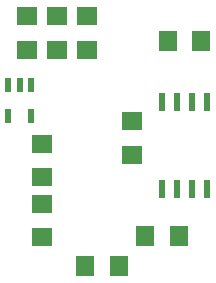
<source format=gtp>
G75*
%MOIN*%
%OFA0B0*%
%FSLAX24Y24*%
%IPPOS*%
%LPD*%
%AMOC8*
5,1,8,0,0,1.08239X$1,22.5*
%
%ADD10R,0.0710X0.0630*%
%ADD11R,0.0217X0.0472*%
%ADD12R,0.0630X0.0710*%
%ADD13R,0.0210X0.0610*%
D10*
X016850Y012790D03*
X016850Y013910D03*
X016850Y014790D03*
X016850Y015910D03*
X019850Y015540D03*
X019850Y016660D03*
X018350Y019040D03*
X017350Y019040D03*
X016350Y019040D03*
X016350Y020160D03*
X017350Y020160D03*
X018350Y020160D03*
D11*
X016474Y017862D03*
X016100Y017862D03*
X015726Y017862D03*
X015726Y016838D03*
X016474Y016838D03*
D12*
X021040Y019350D03*
X022160Y019350D03*
X021410Y012850D03*
X020290Y012850D03*
X019410Y011850D03*
X018290Y011850D03*
D13*
X020850Y014390D03*
X021350Y014390D03*
X021850Y014390D03*
X022350Y014390D03*
X022350Y017310D03*
X021850Y017310D03*
X021350Y017310D03*
X020850Y017310D03*
M02*

</source>
